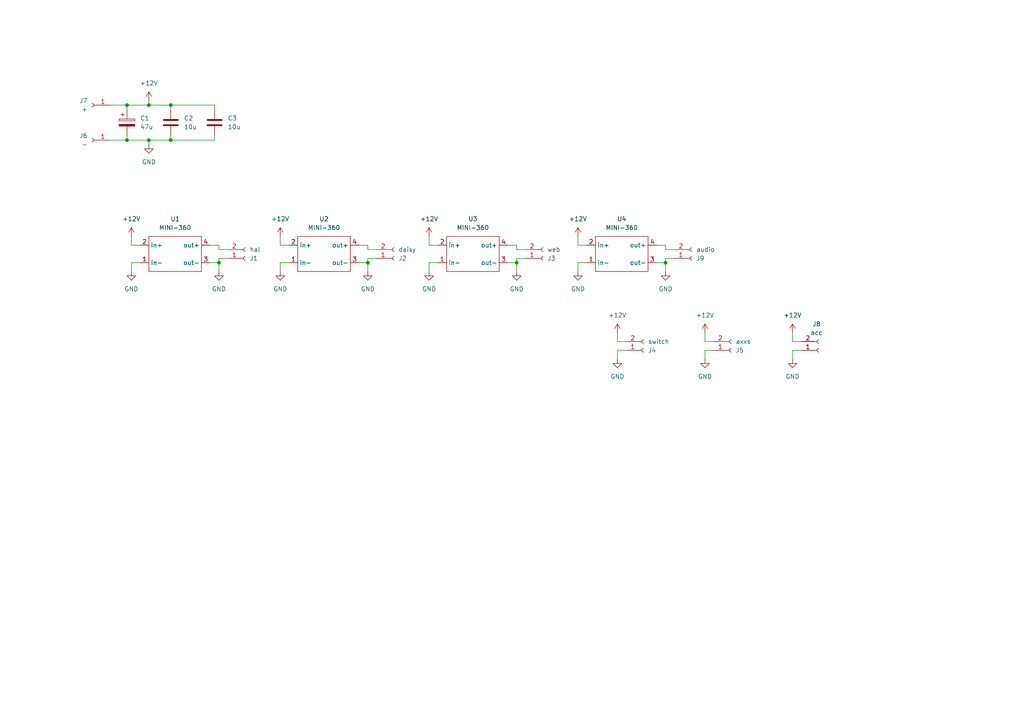
<source format=kicad_sch>
(kicad_sch (version 20230121) (generator eeschema)
  (paper "A4")
  (lib_symbols
    (symbol "Connector:Conn_01x01_Socket" (pin_names (offset 1.016) hide)
      (property "Reference" "J" (at 0 2.54 0))
      (property "Value" "Conn_01x01_Socket" (at 0 -2.54 0))
      (symbol "Conn_01x01_Socket_1_1"
        (polyline (pts (xy -1.27 0) (xy -0.508 0)) (stroke (width 0.1524)))
        (arc (start 0 0.508) (mid -0.5058 0) (end 0 -0.508) (stroke (width 0.1524)))
        (pin passive line (at -5.08 0 0) (length 3.81) (name "Pin_1") (number "1"))
      )
    )
    (symbol "Connector:Conn_01x02_Socket" (pin_names (offset 1.016) hide)
      (property "Reference" "J" (at 0 2.54 0))
      (property "Value" "Conn_01x02_Socket" (at 0 -5.08 0))
      (symbol "Conn_01x02_Socket_1_1"
        (arc (start 0 -2.032) (mid -0.5058 -2.54) (end 0 -3.048) (stroke (width 0.1524)))
        (polyline (pts (xy -1.27 -2.54) (xy -0.508 -2.54)) (stroke (width 0.1524)))
        (polyline (pts (xy -1.27 0) (xy -0.508 0)) (stroke (width 0.1524)))
        (arc (start 0 0.508) (mid -0.5058 0) (end 0 -0.508) (stroke (width 0.1524)))
        (pin passive line (at -5.08 0 0) (length 3.81) (name "Pin_1") (number "1"))
        (pin passive line (at -5.08 -2.54 0) (length 3.81) (name "Pin_2") (number "2"))
      )
    )
    (symbol "Device:C" (pin_numbers hide) (pin_names (offset 0.254))
      (property "Reference" "C" (at 0.635 2.54 0))
      (property "Value" "C" (at 0.635 -2.54 0))
      (symbol "C_0_1"
        (polyline (pts (xy -2.032 -0.762) (xy 2.032 -0.762)) (stroke (width 0.508)))
        (polyline (pts (xy -2.032 0.762) (xy 2.032 0.762)) (stroke (width 0.508)))
      )
      (symbol "C_1_1"
        (pin passive line (at 0 3.81 270) (length 2.794) (name "~") (number "1"))
        (pin passive line (at 0 -3.81 90) (length 2.794) (name "~") (number "2"))
      )
    )
    (symbol "Device:C_Polarized" (pin_numbers hide) (pin_names (offset 0.254))
      (property "Reference" "C" (at 0.635 2.54 0))
      (property "Value" "C_Polarized" (at 0.635 -2.54 0))
      (symbol "C_Polarized_0_1"
        (rectangle (start -2.286 0.508) (end 2.286 1.016))
        (polyline (pts (xy -1.778 2.286) (xy -0.762 2.286)))
        (polyline (pts (xy -1.27 2.794) (xy -1.27 1.778)))
        (rectangle (start 2.286 -0.508) (end -2.286 -1.016) (fill (type outline)))
      )
      (symbol "C_Polarized_1_1"
        (pin passive line (at 0 3.81 270) (length 2.794) (name "~") (number "1"))
        (pin passive line (at 0 -3.81 90) (length 2.794) (name "~") (number "2"))
      )
    )
    (symbol "This:MINI-360"
      (property "Reference" "U" (at 0 6.35 0))
      (property "Value" "MINI-360" (at 0 -6.35 0))
      (symbol "MINI-360_0_1"
        (rectangle (start -7.62 5.08) (end 7.62 -5.08))
      )
      (symbol "MINI-360_1_1"
        (pin input line (at -10.16 -2.54 0) (length 2.54) (name "in-") (number "1"))
        (pin input line (at -10.16 2.54 0) (length 2.54) (name "in+") (number "2"))
        (pin input line (at 10.16 -2.54 180) (length 2.54) (name "out-") (number "3"))
        (pin input line (at 10.16 2.54 180) (length 2.54) (name "out+") (number "4"))
      )
    )
    (symbol "power:+12V" (power) (pin_names (offset 0))
      (property "Value" "+12V" (at 0 3.556 0))
      (symbol "+12V_0_1"
        (polyline (pts (xy -0.762 1.27) (xy 0 2.54)))
        (polyline (pts (xy 0 0) (xy 0 2.54)))
        (polyline (pts (xy 0 2.54) (xy 0.762 1.27)))
      )
      (symbol "+12V_1_1"
        (pin power_in line (at 0 0 90) (length 0) hide (name "+12V") (number "1"))
      )
    )
    (symbol "power:GND" (power) (pin_names (offset 0))
      (property "Value" "GND" (at 0 -3.81 0))
      (symbol "GND_0_1"
        (polyline (pts (xy 0 0) (xy 0 -1.27) (xy 1.27 -1.27) (xy 0 -2.54) (xy -1.27 -1.27) (xy 0 -1.27)))
      )
      (symbol "GND_1_1"
        (pin power_in line (at 0 0 270) (length 0) hide (name "GND") (number "1"))
      )
    )
  )
  (junction (at 43.18 30.48))
  (junction (at 49.53 30.48))
  (junction (at 43.18 40.64))
  (junction (at 36.83 30.48))
  (junction (at 49.53 40.64))
  (junction (at 36.83 40.64))
  (junction (at 63.5 76.2))
  (junction (at 149.86 76.2))
  (junction (at 106.68 76.2))
  (junction (at 193.04 76.2))
  (wire (pts (xy 124.46 76.2) (xy 127 76.2)))
  (wire (pts (xy 109.22 72.39) (xy 106.68 72.39)))
  (wire (pts (xy 179.07 101.6) (xy 181.61 101.6)))
  (wire (pts (xy 49.53 40.64) (xy 62.23 40.64)))
  (wire (pts (xy 63.5 76.2) (xy 63.5 78.74)))
  (wire (pts (xy 43.18 29.21) (xy 43.18 30.48)))
  (wire (pts (xy 106.68 72.39) (xy 106.68 71.12)))
  (wire (pts (xy 167.64 76.2) (xy 167.64 78.74)))
  (wire (pts (xy 43.18 40.64) (xy 49.53 40.64)))
  (wire (pts (xy 49.53 30.48) (xy 49.53 31.75)))
  (wire (pts (xy 81.28 68.58) (xy 81.28 71.12)))
  (wire (pts (xy 152.4 72.39) (xy 149.86 72.39)))
  (wire (pts (xy 49.53 30.48) (xy 62.23 30.48)))
  (wire (pts (xy 62.23 40.64) (xy 62.23 39.37)))
  (wire (pts (xy 229.87 104.14) (xy 229.87 101.6)))
  (wire (pts (xy 193.04 76.2) (xy 193.04 74.93)))
  (wire (pts (xy 149.86 74.93) (xy 152.4 74.93)))
  (wire (pts (xy 38.1 68.58) (xy 38.1 71.12)))
  (wire (pts (xy 167.64 68.58) (xy 167.64 71.12)))
  (wire (pts (xy 149.86 72.39) (xy 149.86 71.12)))
  (wire (pts (xy 49.53 40.64) (xy 49.53 39.37)))
  (wire (pts (xy 149.86 71.12) (xy 147.32 71.12)))
  (wire (pts (xy 193.04 74.93) (xy 195.58 74.93)))
  (wire (pts (xy 36.83 40.64) (xy 43.18 40.64)))
  (wire (pts (xy 204.47 101.6) (xy 207.01 101.6)))
  (wire (pts (xy 167.64 76.2) (xy 170.18 76.2)))
  (wire (pts (xy 179.07 96.52) (xy 179.07 99.06)))
  (wire (pts (xy 124.46 68.58) (xy 124.46 71.12)))
  (wire (pts (xy 36.83 30.48) (xy 36.83 31.75)))
  (wire (pts (xy 40.64 71.12) (xy 38.1 71.12)))
  (wire (pts (xy 38.1 76.2) (xy 40.64 76.2)))
  (wire (pts (xy 31.75 40.64) (xy 36.83 40.64)))
  (wire (pts (xy 229.87 96.52) (xy 229.87 99.06)))
  (wire (pts (xy 36.83 40.64) (xy 36.83 39.37)))
  (wire (pts (xy 106.68 76.2) (xy 106.68 74.93)))
  (wire (pts (xy 63.5 74.93) (xy 66.04 74.93)))
  (wire (pts (xy 81.28 71.12) (xy 83.82 71.12)))
  (wire (pts (xy 31.75 30.48) (xy 36.83 30.48)))
  (wire (pts (xy 193.04 76.2) (xy 193.04 78.74)))
  (wire (pts (xy 63.5 71.12) (xy 60.96 71.12)))
  (wire (pts (xy 204.47 104.14) (xy 204.47 101.6)))
  (wire (pts (xy 60.96 76.2) (xy 63.5 76.2)))
  (wire (pts (xy 106.68 76.2) (xy 106.68 78.74)))
  (wire (pts (xy 149.86 76.2) (xy 149.86 78.74)))
  (wire (pts (xy 229.87 101.6) (xy 232.41 101.6)))
  (wire (pts (xy 204.47 96.52) (xy 204.47 99.06)))
  (wire (pts (xy 195.58 72.39) (xy 193.04 72.39)))
  (wire (pts (xy 43.18 30.48) (xy 49.53 30.48)))
  (wire (pts (xy 66.04 72.39) (xy 63.5 72.39)))
  (wire (pts (xy 36.83 30.48) (xy 43.18 30.48)))
  (wire (pts (xy 104.14 76.2) (xy 106.68 76.2)))
  (wire (pts (xy 63.5 76.2) (xy 63.5 74.93)))
  (wire (pts (xy 38.1 78.74) (xy 38.1 76.2)))
  (wire (pts (xy 81.28 76.2) (xy 81.28 78.74)))
  (wire (pts (xy 232.41 99.06) (xy 229.87 99.06)))
  (wire (pts (xy 127 71.12) (xy 124.46 71.12)))
  (wire (pts (xy 147.32 76.2) (xy 149.86 76.2)))
  (wire (pts (xy 170.18 71.12) (xy 167.64 71.12)))
  (wire (pts (xy 62.23 30.48) (xy 62.23 31.75)))
  (wire (pts (xy 207.01 99.06) (xy 204.47 99.06)))
  (wire (pts (xy 106.68 74.93) (xy 109.22 74.93)))
  (wire (pts (xy 149.86 76.2) (xy 149.86 74.93)))
  (wire (pts (xy 43.18 41.91) (xy 43.18 40.64)))
  (wire (pts (xy 181.61 99.06) (xy 179.07 99.06)))
  (wire (pts (xy 63.5 72.39) (xy 63.5 71.12)))
  (wire (pts (xy 124.46 76.2) (xy 124.46 78.74)))
  (wire (pts (xy 193.04 72.39) (xy 193.04 71.12)))
  (wire (pts (xy 106.68 71.12) (xy 104.14 71.12)))
  (wire (pts (xy 190.5 76.2) (xy 193.04 76.2)))
  (wire (pts (xy 179.07 104.14) (xy 179.07 101.6)))
  (wire (pts (xy 83.82 76.2) (xy 81.28 76.2)))
  (wire (pts (xy 193.04 71.12) (xy 190.5 71.12)))
  (symbol (lib_id "Connector:Conn_01x01_Socket") (at 26.67 40.64 0) (mirror y) (unit 1)
    (property "Reference" "J6" (at 25.4 39.37 0) (effects (justify left)))
    (property "Value" "-" (at 25.4 41.91 0) (effects (justify left)))
    (property "Footprint" "Connector_Wire:SolderWire-2sqmm_1x01_D2mm_OD3.9mm" (effects hide))
  )
  (symbol (lib_id "power:GND") (at 124.46 78.74 0) (unit 1)
    (property "Reference" "#PWR06" (effects hide))
    (property "Value" "GND" (at 124.46 83.82 0))
  )
  (symbol (lib_id "power:GND") (at 167.64 78.74 0) (unit 1)
    (property "Reference" "#PWR016" (effects hide))
    (property "Value" "GND" (at 167.64 83.82 0))
  )
  (symbol (lib_id "Connector:Conn_01x02_Socket") (at 71.12 74.93 0) (mirror x) (unit 1)
    (property "Reference" "J1" (at 72.39 74.93 0) (effects (justify left)))
    (property "Value" "hal" (at 72.39 72.39 0) (effects (justify left)))
    (property "Footprint" "Connector_AMASS:AMASS_XT30U-F_1x02_P5.0mm_Vertical" (effects hide))
  )
  (symbol (lib_id "power:+12V") (at 167.64 68.58 0) (unit 1)
    (property "Reference" "#PWR015" (effects hide))
    (property "Value" "+12V" (at 167.64 63.5 0))
  )
  (symbol (lib_id "This:MINI-360") (at 93.98 73.66 0) (unit 1)
    (property "Reference" "U2" (at 93.98 63.5 0))
    (property "Value" "MINI-360" (at 93.98 66.04 0))
    (property "Footprint" "This:MINI-360" (effects hide))
  )
  (symbol (lib_id "Connector:Conn_01x02_Socket") (at 212.09 101.6 0) (mirror x) (unit 1)
    (property "Reference" "J5" (at 213.36 101.6 0) (effects (justify left)))
    (property "Value" "axxs" (at 213.36 99.06 0) (effects (justify left)))
    (property "Footprint" "Connector_AMASS:AMASS_XT30U-F_1x02_P5.0mm_Vertical" (effects hide))
  )
  (symbol (lib_id "This:MINI-360") (at 50.8 73.66 0) (unit 1)
    (property "Reference" "U1" (at 50.8 63.5 0))
    (property "Value" "MINI-360" (at 50.8 66.04 0))
    (property "Footprint" "This:MINI-360" (effects hide))
  )
  (symbol (lib_id "power:GND") (at 229.87 104.14 0) (unit 1)
    (property "Reference" "#PWR014" (effects hide))
    (property "Value" "GND" (at 229.87 109.22 0))
  )
  (symbol (lib_id "Device:C") (at 62.23 35.56 0) (unit 1)
    (property "Reference" "C3" (at 66.04 34.29 0) (effects (justify left)))
    (property "Value" "10u" (at 66.04 36.83 0) (effects (justify left)))
    (property "Footprint" "Capacitor_SMD:C_1206_3216Metric" (effects hide))
  )
  (symbol (lib_id "power:+12V") (at 229.87 96.52 0) (unit 1)
    (property "Reference" "#PWR013" (effects hide))
    (property "Value" "+12V" (at 229.87 91.44 0))
  )
  (symbol (lib_id "Connector:Conn_01x02_Socket") (at 157.48 74.93 0) (mirror x) (unit 1)
    (property "Reference" "J3" (at 158.75 74.93 0) (effects (justify left)))
    (property "Value" "web" (at 158.75 72.39 0) (effects (justify left)))
    (property "Footprint" "Connector_AMASS:AMASS_XT30U-F_1x02_P5.0mm_Vertical" (effects hide))
  )
  (symbol (lib_id "Connector:Conn_01x02_Socket") (at 200.66 74.93 0) (mirror x) (unit 1)
    (property "Reference" "J9" (at 201.93 74.93 0) (effects (justify left)))
    (property "Value" "audio" (at 201.93 72.39 0) (effects (justify left)))
    (property "Footprint" "Connector_AMASS:AMASS_XT30U-F_1x02_P5.0mm_Vertical" (effects hide))
  )
  (symbol (lib_id "power:GND") (at 179.07 104.14 0) (unit 1)
    (property "Reference" "#PWR012" (effects hide))
    (property "Value" "GND" (at 179.07 109.22 0))
  )
  (symbol (lib_id "Connector:Conn_01x02_Socket") (at 114.3 74.93 0) (mirror x) (unit 1)
    (property "Reference" "J2" (at 115.57 74.93 0) (effects (justify left)))
    (property "Value" "daisy" (at 115.57 72.39 0) (effects (justify left)))
    (property "Footprint" "Connector_AMASS:AMASS_XT30U-F_1x02_P5.0mm_Vertical" (effects hide))
  )
  (symbol (lib_id "power:GND") (at 63.5 78.74 0) (unit 1)
    (property "Reference" "#PWR017" (effects hide))
    (property "Value" "GND" (at 63.5 83.82 0))
  )
  (symbol (lib_id "power:+12V") (at 38.1 68.58 0) (unit 1)
    (property "Reference" "#PWR03" (effects hide))
    (property "Value" "+12V" (at 38.1 63.5 0))
  )
  (symbol (lib_id "power:GND") (at 43.18 41.91 0) (unit 1)
    (property "Reference" "#PWR02" (effects hide))
    (property "Value" "GND" (at 43.18 46.99 0))
  )
  (symbol (lib_id "power:GND") (at 38.1 78.74 0) (unit 1)
    (property "Reference" "#PWR08" (effects hide))
    (property "Value" "GND" (at 38.1 83.82 0))
  )
  (symbol (lib_id "power:GND") (at 81.28 78.74 0) (unit 1)
    (property "Reference" "#PWR07" (effects hide))
    (property "Value" "GND" (at 81.28 83.82 0))
  )
  (symbol (lib_id "power:+12V") (at 43.18 29.21 0) (unit 1)
    (property "Reference" "#PWR01" (effects hide))
    (property "Value" "+12V" (at 43.18 24.13 0))
  )
  (symbol (lib_id "power:+12V") (at 124.46 68.58 0) (unit 1)
    (property "Reference" "#PWR05" (effects hide))
    (property "Value" "+12V" (at 124.46 63.5 0))
  )
  (symbol (lib_id "power:+12V") (at 81.28 68.58 0) (unit 1)
    (property "Reference" "#PWR04" (effects hide))
    (property "Value" "+12V" (at 81.28 63.5 0))
  )
  (symbol (lib_id "This:MINI-360") (at 137.16 73.66 0) (unit 1)
    (property "Reference" "U3" (at 137.16 63.5 0))
    (property "Value" "MINI-360" (at 137.16 66.04 0))
    (property "Footprint" "This:MINI-360" (effects hide))
  )
  (symbol (lib_id "Connector:Conn_01x02_Socket") (at 186.69 101.6 0) (mirror x) (unit 1)
    (property "Reference" "J4" (at 187.96 101.6 0) (effects (justify left)))
    (property "Value" "switch" (at 187.96 99.06 0) (effects (justify left)))
    (property "Footprint" "Connector_AMASS:AMASS_XT30U-F_1x02_P5.0mm_Vertical" (effects hide))
  )
  (symbol (lib_id "Device:C_Polarized") (at 36.83 35.56 0) (unit 1)
    (property "Reference" "C1" (at 40.64 34.29 0) (effects (justify left)))
    (property "Value" "47u" (at 40.64 36.83 0) (effects (justify left)))
    (property "Footprint" "Capacitor_THT:CP_Radial_D7.5mm_P2.50mm" (effects hide))
  )
  (symbol (lib_id "power:GND") (at 204.47 104.14 0) (unit 1)
    (property "Reference" "#PWR011" (effects hide))
    (property "Value" "GND" (at 204.47 109.22 0))
  )
  (symbol (lib_id "Device:C") (at 49.53 35.56 0) (unit 1)
    (property "Reference" "C2" (at 53.34 34.29 0) (effects (justify left)))
    (property "Value" "10u" (at 53.34 36.83 0) (effects (justify left)))
    (property "Footprint" "Capacitor_SMD:C_1206_3216Metric" (effects hide))
  )
  (symbol (lib_id "power:+12V") (at 204.47 96.52 0) (unit 1)
    (property "Reference" "#PWR010" (effects hide))
    (property "Value" "+12V" (at 204.47 91.44 0))
  )
  (symbol (lib_id "Connector:Conn_01x01_Socket") (at 26.67 30.48 0) (mirror y) (unit 1)
    (property "Reference" "J7" (at 25.4 29.21 0) (effects (justify left)))
    (property "Value" "+" (at 25.4 31.75 0) (effects (justify left)))
    (property "Footprint" "Connector_Wire:SolderWire-2sqmm_1x01_D2mm_OD3.9mm" (effects hide))
  )
  (symbol (lib_id "This:MINI-360") (at 180.34 73.66 0) (unit 1)
    (property "Reference" "U4" (at 180.34 63.5 0))
    (property "Value" "MINI-360" (at 180.34 66.04 0))
    (property "Footprint" "This:MINI-360" (effects hide))
  )
  (symbol (lib_id "power:GND") (at 149.86 78.74 0) (unit 1)
    (property "Reference" "#PWR019" (effects hide))
    (property "Value" "GND" (at 149.86 83.82 0))
  )
  (symbol (lib_id "power:GND") (at 193.04 78.74 0) (unit 1)
    (property "Reference" "#PWR020" (effects hide))
    (property "Value" "GND" (at 193.04 83.82 0))
  )
  (symbol (lib_id "power:GND") (at 106.68 78.74 0) (unit 1)
    (property "Reference" "#PWR018" (effects hide))
    (property "Value" "GND" (at 106.68 83.82 0))
  )
  (symbol (lib_id "Connector:Conn_01x02_Socket") (at 237.49 101.6 0) (mirror x) (unit 1)
    (property "Reference" "J8" (at 236.855 93.98 0))
    (property "Value" "acc" (at 236.855 96.52 0))
    (property "Footprint" "Connector_AMASS:AMASS_XT30U-F_1x02_P5.0mm_Vertical" (effects hide))
  )
  (symbol (lib_id "power:+12V") (at 179.07 96.52 0) (unit 1)
    (property "Reference" "#PWR09" (effects hide))
    (property "Value" "+12V" (at 179.07 91.44 0))
  )
)
</source>
